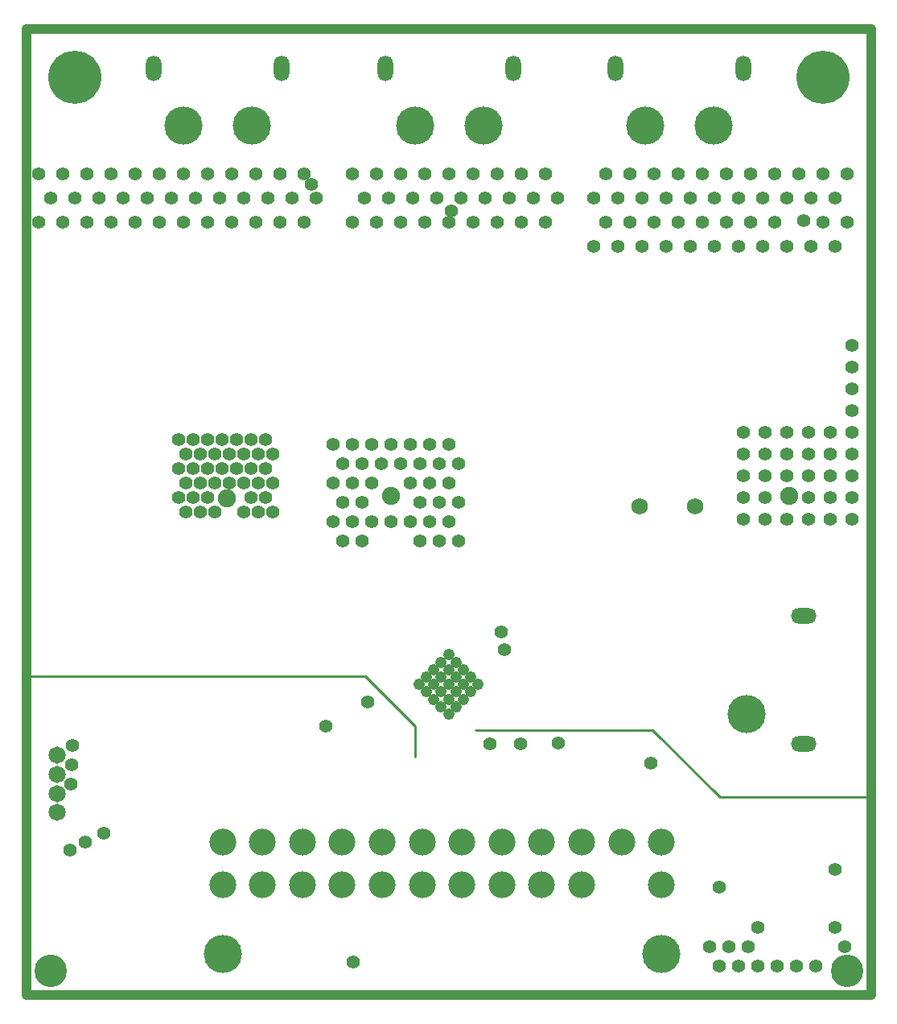
<source format=gbr>
%TF.GenerationSoftware,Altium Limited,Altium Designer,19.0.10 (269)*%
G04 Layer_Physical_Order=2*
G04 Layer_Color=32768*
%FSLAX26Y26*%
%MOIN*%
%TF.FileFunction,Copper,L2,Inr,Plane*%
%TF.Part,Single*%
G01*
G75*
%TA.AperFunction,NonConductor*%
%ADD49C,0.010000*%
%ADD50C,0.040000*%
%TA.AperFunction,ComponentPad*%
%ADD51C,0.071496*%
%TA.AperFunction,ViaPad*%
%ADD52C,0.134500*%
%ADD53C,0.220000*%
%TA.AperFunction,ComponentPad*%
%ADD54O,0.063622X0.106929*%
%ADD55C,0.158110*%
%ADD56C,0.075433*%
%ADD57O,0.106929X0.063622*%
%ADD58C,0.110866*%
%TA.AperFunction,ViaPad*%
%ADD59C,0.055625*%
%ADD60C,0.047874*%
%ADD61C,0.055000*%
%ADD62C,0.068000*%
D49*
X-1750000Y-672000D02*
Y-488000D01*
Y-672000D02*
X-1741000Y-681000D01*
X-138000Y-1014000D02*
Y-887491D01*
X-344491Y-681000D02*
X-138000Y-887491D01*
X-1741000Y-681000D02*
X-344491D01*
X111000Y-903000D02*
X846000D01*
X1124000Y-1181000D01*
X1750000D01*
D50*
X-1750000Y-2000000D02*
X1750000D01*
Y2000000D01*
X-1750000D02*
X1750000D01*
X-1750000Y-2000000D02*
Y2000000D01*
D51*
X-1622000Y-1008740D02*
D03*
Y-1087480D02*
D03*
Y-1166220D02*
D03*
Y-1244961D02*
D03*
D52*
X1650000Y-1900000D02*
D03*
X-1650000D02*
D03*
D53*
X1550000Y1800000D02*
D03*
X-1550000D02*
D03*
D54*
X-690252Y1836220D02*
D03*
X-1221748D02*
D03*
X268248D02*
D03*
X-263248D02*
D03*
X1221748D02*
D03*
X690252D02*
D03*
D55*
X-814268Y1600000D02*
D03*
X-1097732D02*
D03*
X144232D02*
D03*
X-139232D02*
D03*
X1097732D02*
D03*
X814268D02*
D03*
X1233780Y-837480D02*
D03*
X-936709Y-1832402D02*
D03*
X882189D02*
D03*
D56*
X-920000Y55000D02*
D03*
X-240000Y65000D02*
D03*
X1410000D02*
D03*
D57*
X1470000Y-961496D02*
D03*
Y-430000D02*
D03*
D58*
X882189Y-1545000D02*
D03*
Y-1367835D02*
D03*
X-440646D02*
D03*
Y-1545000D02*
D03*
X-275291Y-1367835D02*
D03*
Y-1545000D02*
D03*
X-109937Y-1367835D02*
D03*
Y-1545000D02*
D03*
X55417Y-1367835D02*
D03*
Y-1545000D02*
D03*
X220772Y-1367835D02*
D03*
Y-1545000D02*
D03*
X386126Y-1367835D02*
D03*
Y-1545000D02*
D03*
X551480Y-1367835D02*
D03*
Y-1545000D02*
D03*
X716835Y-1367835D02*
D03*
X-606000D02*
D03*
Y-1545000D02*
D03*
X-771354D02*
D03*
Y-1367835D02*
D03*
X-936709Y-1545000D02*
D03*
Y-1367835D02*
D03*
D59*
X-760000Y300000D02*
D03*
X-730000Y240000D02*
D03*
X-760000Y180000D02*
D03*
X-730000Y120000D02*
D03*
X-760000Y60000D02*
D03*
X-730000Y0D02*
D03*
X-820000Y300000D02*
D03*
X-790000Y240000D02*
D03*
X-820000Y180000D02*
D03*
X-790000Y120000D02*
D03*
X-820000Y60000D02*
D03*
X-790000Y0D02*
D03*
X-880000Y300000D02*
D03*
X-850000Y240000D02*
D03*
X-880000Y180000D02*
D03*
X-850000Y120000D02*
D03*
Y0D02*
D03*
X-940000Y300000D02*
D03*
X-910000Y240000D02*
D03*
X-940000Y180000D02*
D03*
X-910000Y120000D02*
D03*
X-1000000Y300000D02*
D03*
X-970000Y240000D02*
D03*
X-1000000Y180000D02*
D03*
X-970000Y120000D02*
D03*
X-1000000Y60000D02*
D03*
X-970000Y0D02*
D03*
X-1060000Y300000D02*
D03*
X-1030000Y240000D02*
D03*
X-1060000Y180000D02*
D03*
X-1030000Y120000D02*
D03*
X-1060000Y60000D02*
D03*
X-1030000Y0D02*
D03*
X-1120000Y300000D02*
D03*
X-1090000Y240000D02*
D03*
X-1120000Y180000D02*
D03*
X-1090000Y120000D02*
D03*
X-1120000Y60000D02*
D03*
X-1090000Y0D02*
D03*
X1600000Y-1720000D02*
D03*
X1640000Y-1800000D02*
D03*
X1520000Y-1880000D02*
D03*
X1440000D02*
D03*
X1360000D02*
D03*
X1280000Y-1720000D02*
D03*
Y-1880000D02*
D03*
X1240000Y-1800000D02*
D03*
X1200000Y-1880000D02*
D03*
X1160000Y-1800000D02*
D03*
X1120000Y-1880000D02*
D03*
X1080000Y-1800000D02*
D03*
X0Y280000D02*
D03*
X40000Y200000D02*
D03*
X0Y120000D02*
D03*
X40000Y40000D02*
D03*
X0Y-40000D02*
D03*
X40000Y-120000D02*
D03*
X-80000Y280000D02*
D03*
X-40000Y200000D02*
D03*
X-80000Y120000D02*
D03*
X-40000Y40000D02*
D03*
X-80000Y-40000D02*
D03*
X-40000Y-120000D02*
D03*
X-160000Y280000D02*
D03*
X-120000Y200000D02*
D03*
X-160000Y120000D02*
D03*
X-120000Y40000D02*
D03*
X-160000Y-40000D02*
D03*
X-120000Y-120000D02*
D03*
X-240000Y280000D02*
D03*
X-200000Y200000D02*
D03*
X-240000Y-40000D02*
D03*
X-320000Y280000D02*
D03*
X-280000Y200000D02*
D03*
X-320000Y120000D02*
D03*
Y-40000D02*
D03*
X-400000Y280000D02*
D03*
X-360000Y200000D02*
D03*
X-400000Y120000D02*
D03*
X-360000Y40000D02*
D03*
X-400000Y-40000D02*
D03*
X-360000Y-120000D02*
D03*
X-480000Y280000D02*
D03*
X-440000Y200000D02*
D03*
X-480000Y120000D02*
D03*
X-440000Y40000D02*
D03*
X-480000Y-40000D02*
D03*
X-440000Y-120000D02*
D03*
X-600000Y1400000D02*
D03*
X-550000Y1300000D02*
D03*
X-600000Y1200000D02*
D03*
X-700000Y1400000D02*
D03*
X-650000Y1300000D02*
D03*
X-700000Y1200000D02*
D03*
X-800000Y1400000D02*
D03*
X-750000Y1300000D02*
D03*
X-800000Y1200000D02*
D03*
X-900000Y1400000D02*
D03*
X-850000Y1300000D02*
D03*
X-900000Y1200000D02*
D03*
X-1000000Y1400000D02*
D03*
X-950000Y1300000D02*
D03*
X-1000000Y1200000D02*
D03*
X-1100000Y1400000D02*
D03*
X-1050000Y1300000D02*
D03*
X-1100000Y1200000D02*
D03*
X-1200000Y1400000D02*
D03*
X-1150000Y1300000D02*
D03*
X-1200000Y1200000D02*
D03*
X-1300000Y1400000D02*
D03*
X-1250000Y1300000D02*
D03*
X-1300000Y1200000D02*
D03*
X-1400000Y1400000D02*
D03*
X-1350000Y1300000D02*
D03*
X-1400000Y1200000D02*
D03*
X-1500000Y1400000D02*
D03*
X-1450000Y1300000D02*
D03*
X-1500000Y1200000D02*
D03*
X-1600000Y1400000D02*
D03*
X-1550000Y1300000D02*
D03*
X-1600000Y1200000D02*
D03*
X-1700000Y1400000D02*
D03*
X-1650000Y1300000D02*
D03*
X-1700000Y1200000D02*
D03*
X400000Y1400000D02*
D03*
X450000Y1300000D02*
D03*
X400000Y1200000D02*
D03*
X300000Y1400000D02*
D03*
X350000Y1300000D02*
D03*
X300000Y1200000D02*
D03*
X200000Y1400000D02*
D03*
X250000Y1300000D02*
D03*
X200000Y1200000D02*
D03*
X100000Y1400000D02*
D03*
X150000Y1300000D02*
D03*
X100000Y1200000D02*
D03*
X0Y1400000D02*
D03*
X50000Y1300000D02*
D03*
X0Y1200000D02*
D03*
X-100000Y1400000D02*
D03*
X-50000Y1300000D02*
D03*
X-100000Y1200000D02*
D03*
X-200000Y1400000D02*
D03*
X-150000Y1300000D02*
D03*
X-200000Y1200000D02*
D03*
X-300000Y1400000D02*
D03*
X-250000Y1300000D02*
D03*
X-300000Y1200000D02*
D03*
X-400000Y1400000D02*
D03*
X-350000Y1300000D02*
D03*
X-400000Y1200000D02*
D03*
X1650000Y1400000D02*
D03*
X1600000Y1300000D02*
D03*
X1650000Y1200000D02*
D03*
X1600000Y1100000D02*
D03*
X1550000Y1400000D02*
D03*
X1500000Y1300000D02*
D03*
X1550000Y1200000D02*
D03*
X1500000Y1100000D02*
D03*
X1450000Y1400000D02*
D03*
X1400000Y1300000D02*
D03*
Y1100000D02*
D03*
X1350000Y1400000D02*
D03*
X1300000Y1300000D02*
D03*
X1350000Y1200000D02*
D03*
X1300000Y1100000D02*
D03*
X1250000Y1400000D02*
D03*
X1200000Y1300000D02*
D03*
X1250000Y1200000D02*
D03*
X1200000Y1100000D02*
D03*
X1150000Y1400000D02*
D03*
X1100000Y1300000D02*
D03*
X1150000Y1200000D02*
D03*
X1100000Y1100000D02*
D03*
X1050000Y1400000D02*
D03*
X1000000Y1300000D02*
D03*
X1050000Y1200000D02*
D03*
X1000000Y1100000D02*
D03*
X950000Y1400000D02*
D03*
X900000Y1300000D02*
D03*
X950000Y1200000D02*
D03*
X900000Y1100000D02*
D03*
X850000Y1400000D02*
D03*
X800000Y1300000D02*
D03*
X850000Y1200000D02*
D03*
X800000Y1100000D02*
D03*
X750000Y1400000D02*
D03*
X700000Y1300000D02*
D03*
X750000Y1200000D02*
D03*
X700000Y1100000D02*
D03*
X650000Y1400000D02*
D03*
X600000Y1300000D02*
D03*
X650000Y1200000D02*
D03*
X600000Y1100000D02*
D03*
X1473000Y1205000D02*
D03*
X11000Y1246000D02*
D03*
X-570000Y1356000D02*
D03*
X172000Y-961496D02*
D03*
X298000D02*
D03*
X454528Y-959000D02*
D03*
X-1429485Y-1330000D02*
D03*
X-1567000Y-1400000D02*
D03*
X-1503550Y-1367835D02*
D03*
X-394000Y-1865000D02*
D03*
X839000Y-1042000D02*
D03*
X1602000Y-1481000D02*
D03*
X1122000Y-1555000D02*
D03*
X-510000Y-887000D02*
D03*
X-334000Y-788000D02*
D03*
X230000Y-572000D02*
D03*
X218000Y-497000D02*
D03*
X1670000Y690000D02*
D03*
Y600000D02*
D03*
Y510000D02*
D03*
Y420000D02*
D03*
Y330000D02*
D03*
Y240000D02*
D03*
Y150000D02*
D03*
Y60000D02*
D03*
Y-30000D02*
D03*
X1580000Y330000D02*
D03*
Y240000D02*
D03*
Y150000D02*
D03*
Y60000D02*
D03*
Y-30000D02*
D03*
X1490000Y330000D02*
D03*
Y240000D02*
D03*
Y150000D02*
D03*
Y60000D02*
D03*
Y-30000D02*
D03*
X1400000Y330000D02*
D03*
Y240000D02*
D03*
Y150000D02*
D03*
Y-30000D02*
D03*
X1310000Y330000D02*
D03*
Y240000D02*
D03*
Y150000D02*
D03*
Y60000D02*
D03*
Y-30000D02*
D03*
X1220000Y330000D02*
D03*
Y240000D02*
D03*
Y150000D02*
D03*
Y60000D02*
D03*
Y-30000D02*
D03*
D60*
X-91868Y-684377D02*
D03*
X0Y-776245D02*
D03*
Y-837491D02*
D03*
X122491Y-715000D02*
D03*
X0Y-592509D02*
D03*
X-91868Y-745623D02*
D03*
X-122491Y-715000D02*
D03*
X30623Y-806868D02*
D03*
X-61245Y-715000D02*
D03*
X-30623Y-745623D02*
D03*
X-61245Y-776245D02*
D03*
X-30623Y-806868D02*
D03*
X-61245Y-653755D02*
D03*
X-30623Y-623132D02*
D03*
Y-684377D02*
D03*
X91868D02*
D03*
Y-745623D02*
D03*
X61245Y-653755D02*
D03*
Y-715000D02*
D03*
X30623Y-623132D02*
D03*
X0Y-653755D02*
D03*
X30623Y-684377D02*
D03*
X0Y-715000D02*
D03*
X30623Y-745623D02*
D03*
X61245Y-776245D02*
D03*
D61*
X-1564495Y-1128000D02*
D03*
X-1562000Y-1047488D02*
D03*
X-1558024Y-969000D02*
D03*
D62*
X1021000Y23000D02*
D03*
X790000Y22000D02*
D03*
%TF.MD5,836fb84ebdea323b8b6023f3924a5b11*%
M02*

</source>
